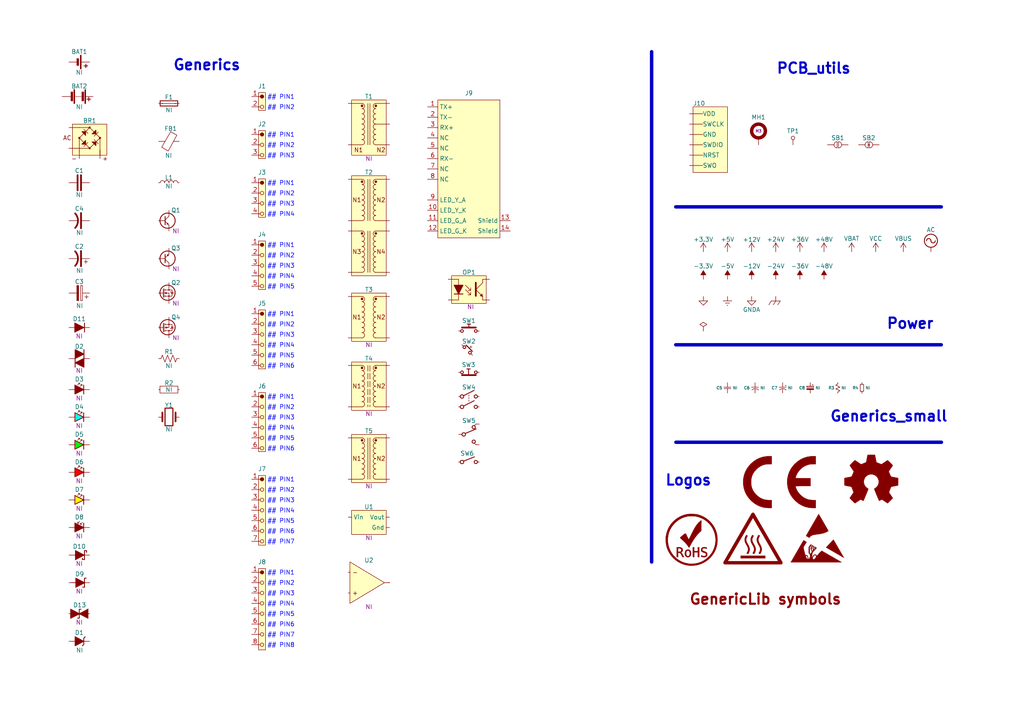
<source format=kicad_sch>
(kicad_sch (version 20231120) (generator "eeschema") (generator_version "8.0")
  (paper "A4")
  (lib_symbols
    (symbol "Generics:BAT" (pin_numbers hide) (pin_names (offset 0) hide)
      (property "Reference" "BAT" (at 3 3 0))
      (property "Value" "NI" (at 3 -3 0))
      (symbol "BAT_1_1"
        (pin passive line (at 0 0 0) (length 2.2) (name "N") (number "N"))
        (pin passive line (at 6 0 180) (length 2.4) (name "P") (number "P"))
      )
    )
    (symbol "Generics:BAT_Multicell" (pin_numbers hide) (pin_names (offset 0) hide)
      (property "Reference" "BAT" (at 5 3 0))
      (property "Value" "NI" (at 5 -3 0))
      (symbol "BAT_Multicell_1_1"
        (pin passive line (at 0 0 0) (length 2.54) (name "N") (number "N"))
        (pin passive line (at 9 0 180) (length 2.1) (name "P") (number "P"))
      )
    )
    (symbol "Generics:BR" (pin_numbers hide) (pin_names hide)
      (property "Reference" "BR" (at 6 2 0))
      (symbol "BR_1_0"
        (pin unspecified line (at 0 0 0) (length 3) (name "AC") (number "1"))
        (pin unspecified line (at 0 -6 0) (length 2.5) (name "AC") (number "2"))
        (pin unspecified line (at 9 -9 90) (length 2.5) (name "DC_P") (number "3"))
        (pin unspecified line (at 3 -8.96 90) (length 2.5) (name "DC_N") (number "4"))
      )
      (symbol "BR_1_1"
        (text "+" (at 10.5 -9 0) (effects (font (size 1.25 1.25))))
        (text "-" (at 1.5 -9 0) (effects (font (size 1.25 1.25))))
        (text "AC" (at -0.5 -3 0) (effects (font (size 1.25 1.25))))
      )
    )
    (symbol "Generics:C" (pin_numbers hide) (pin_names (offset 0) hide)
      (property "Reference" "C" (at 3 3.5 0))
      (property "Value" "NI" (at 3 -3.5 0))
      (symbol "C_1_1"
        (pin passive line (at 0 0 0) (length 2.5) (name "1") (number "1"))
        (pin passive line (at 6 0 180) (length 2.5) (name "2") (number "2"))
      )
    )
    (symbol "Generics:C_Polarized" (pin_numbers hide) (pin_names (offset 0) hide)
      (property "Reference" "C" (at 3 3.5 0))
      (property "Value" "NI" (at 3.1 -3.5 0))
      (symbol "C_Polarized_1_1"
        (pin passive line (at 0 0 0) (length 2.7) (name "N") (number "N"))
        (pin passive line (at 6 0 180) (length 2.4) (name "P") (number "P"))
      )
    )
    (symbol "Generics:C_Polarized_alt" (pin_numbers hide) (pin_names (offset 0) hide)
      (property "Reference" "C" (at 3 3.3 0))
      (property "Value" "NI" (at 3.1 -3.7 0))
      (symbol "C_Polarized_alt_1_1"
        (pin passive line (at 0 0 0) (length 2.2) (name "N") (number "N"))
        (pin passive line (at 6 0 180) (length 2) (name "P") (number "P"))
      )
    )
    (symbol "Generics:C_alt" (pin_numbers hide) (pin_names (offset 0) hide)
      (property "Reference" "C" (at 3 3.5 0))
      (property "Value" "NI" (at 3.1 -3.5 0))
      (symbol "C_alt_1_1"
        (pin passive line (at 0 0 0) (length 2.7) (name "1") (number "1"))
        (pin passive line (at 6 0 180) (length 2.4) (name "2") (number "2"))
      )
    )
    (symbol "Generics:D" (pin_numbers hide) (pin_names (offset 0) hide)
      (property "Reference" "D" (at 3 2.5 0))
      (property "Part#" "NI" (at 3 -2.5 0))
      (symbol "D_1_1"
        (pin passive line (at 6 0 180) (length 2.54) (name "K") (number "1"))
        (pin passive line (at 0 0 0) (length 2.54) (name "A") (number "2"))
      )
    )
    (symbol "Generics:DIAC" (pin_numbers hide) (pin_names (offset 0) hide)
      (property "Reference" "D" (at 3 3.5 0))
      (property "Part#" "NI" (at 3 -3.5 0))
      (symbol "DIAC_1_1"
        (pin passive line (at 0 0 0) (length 1.9) (name "A1") (number "1"))
        (pin passive line (at 6 0 180) (length 1.7) (name "A2") (number "2"))
      )
    )
    (symbol "Generics:D_LED" (pin_numbers hide) (pin_names (offset 0) hide)
      (property "Reference" "D" (at 3 3 0))
      (property "Part#" "NI" (at 3 -2.5 0))
      (symbol "D_LED_1_1"
        (pin passive line (at 6 0 180) (length 2.54) (name "K") (number "1"))
        (pin passive line (at 0 0 0) (length 2.54) (name "A") (number "2"))
      )
    )
    (symbol "Generics:D_LED_blue" (pin_numbers hide) (pin_names (offset 0) hide)
      (property "Reference" "D" (at 3 3 0))
      (property "Part#" "NI" (at 3 -2.5 0))
      (symbol "D_LED_blue_1_1"
        (pin passive line (at 6 0 180) (length 1.7) (name "K") (number "1"))
        (pin passive line (at 0 0 0) (length 1.7) (name "A") (number "2"))
      )
    )
    (symbol "Generics:D_LED_green" (pin_numbers hide) (pin_names (offset 0) hide)
      (property "Reference" "D" (at 3 3 0))
      (property "Part#" "NI" (at 3 -2.5 0))
      (symbol "D_LED_green_1_1"
        (pin passive line (at 6 0 180) (length 1.7) (name "K") (number "1"))
        (pin passive line (at 0 0 0) (length 1.7) (name "A") (number "2"))
      )
    )
    (symbol "Generics:D_LED_red" (pin_numbers hide) (pin_names (offset 0) hide)
      (property "Reference" "D" (at 3 3 0))
      (property "Part#" "NI" (at 3 -2.5 0))
      (symbol "D_LED_red_1_1"
        (pin passive line (at 6 0 180) (length 1.7) (name "K") (number "1"))
        (pin passive line (at 0 0 0) (length 1.7) (name "A") (number "2"))
      )
    )
    (symbol "Generics:D_LED_yellow" (pin_numbers hide) (pin_names (offset 0) hide)
      (property "Reference" "D" (at 3 3 0))
      (property "Part#" "NI" (at 3 -2.5 0))
      (symbol "D_LED_yellow_1_1"
        (pin passive line (at 6 0 180) (length 1.7) (name "K") (number "1"))
        (pin passive line (at 0 0 0) (length 1.7) (name "A") (number "2"))
      )
    )
    (symbol "Generics:D_Photo" (pin_numbers hide) (pin_names (offset 0) hide)
      (property "Reference" "D" (at 3 3 0))
      (property "Part#" "NI" (at 3 -2.5 0))
      (symbol "D_Photo_1_1"
        (pin passive line (at 6 0 180) (length 2.54) (name "K") (number "1"))
        (pin passive line (at 0 0 0) (length 2.54) (name "A") (number "2"))
      )
    )
    (symbol "Generics:D_Schottky" (pin_numbers hide) (pin_names (offset 0) hide)
      (property "Reference" "D" (at 3 2.5 0))
      (property "Part#" "NI" (at 3 -2.5 0))
      (symbol "D_Schottky_1_1"
        (pin passive line (at 6 0 180) (length 2.6) (name "K") (number "1"))
        (pin passive line (at 0 0 0) (length 2.54) (name "A") (number "2"))
      )
    )
    (symbol "Generics:D_TVS" (pin_numbers hide) (pin_names (offset 1.016) hide)
      (property "Reference" "D" (at 3.1 2.5 0))
      (property "Part#" "NI" (at 3 -2.5 0))
      (symbol "D_TVS_1_1"
        (pin passive line (at 0 0 0) (length 2.54) (name "A") (number "A"))
        (pin passive line (at 6 0 180) (length 2.54) (name "K") (number "K"))
      )
    )
    (symbol "Generics:D_TVS_bidir" (pin_numbers hide) (pin_names (offset 1.016) hide)
      (property "Reference" "D" (at 3.1 2.5 0))
      (property "Part#" "NI" (at 3 -2.5 0))
      (symbol "D_TVS_bidir_1_1"
        (pin passive line (at 0 0 0) (length 2.54) (name "A1") (number "1"))
        (pin passive line (at 6 0 180) (length 2.54) (name "A2") (number "2"))
      )
    )
    (symbol "Generics:D_Zener" (pin_numbers hide) (pin_names (offset 0) hide)
      (property "Reference" "D" (at 3 2.5 0))
      (property "Value" "NI" (at 3.1 -2.6 0))
      (symbol "D_Zener_1_1"
        (pin passive line (at 6 0 180) (length 2.54) (name "K") (number "1"))
        (pin passive line (at 0 0 0) (length 2.54) (name "A") (number "2"))
      )
    )
    (symbol "Generics:F" (pin_numbers hide) (pin_names (offset 0) hide)
      (property "Reference" "F" (at 3 1.8 0))
      (property "Value" "NI" (at 3 -1.9 0))
      (symbol "F_1_1"
        (pin passive line (at 0 0 0) (length 1.27) (name "1") (number "1"))
        (pin passive line (at 6 0 180) (length 1.27) (name "2") (number "2"))
      )
    )
    (symbol "Generics:FB" (pin_numbers hide) (pin_names (offset 0) hide)
      (property "Reference" "FB" (at 3.5 3.7 0))
      (property "Value" "NI" (at 2.9 -4.1 0))
      (symbol "FB_1_1"
        (pin passive line (at 6 0 180) (length 1.65) (name "~") (number "1"))
        (pin passive line (at 0 0 0) (length 1.85) (name "~") (number "2"))
      )
    )
    (symbol "Generics:J_Connector_1x2" (pin_names (offset 0) hide)
      (property "Reference" "J" (at 3 3 0))
      (property "PIN_01" "## PIN1" (at 4.5 0 0))
      (property "PIN_02" "## PIN2" (at 4.5 -3 0))
      (symbol "J_Connector_1x2_1_1"
        (pin passive line (at 0 0 0) (length 2) (name "1") (number "1"))
        (pin passive line (at 0 -3 0) (length 2) (name "2") (number "2"))
      )
    )
    (symbol "Generics:J_Connector_1x3" (pin_names (offset 0) hide)
      (property "Reference" "J" (at 3 3 0))
      (property "PIN_01" "## PIN1" (at 4.5 0 0))
      (property "PIN_02" "## PIN2" (at 4.5 -3 0))
      (property "PIN_03" "## PIN3" (at 4.5 -6 0))
      (symbol "J_Connector_1x3_1_1"
        (pin passive line (at 0 0 0) (length 2) (name "1") (number "1"))
        (pin passive line (at 0 -3 0) (length 2) (name "2") (number "2"))
        (pin passive line (at 0 -6 0) (length 2) (name "3") (number "3"))
      )
    )
    (symbol "Generics:J_Connector_1x4" (pin_names (offset 0) hide)
      (property "Reference" "J" (at 3 3 0))
      (property "PIN_01" "## PIN1" (at 4.5 0 0))
      (property "PIN_02" "## PIN2" (at 4.5 -3 0))
      (property "PIN_03" "## PIN3" (at 4.5 -6 0))
      (property "PIN_04" "## PIN4" (at 4.5 -9 0))
      (symbol "J_Connector_1x4_1_1"
        (pin passive line (at 0 0 0) (length 2) (name "1") (number "1"))
        (pin passive line (at 0 -3 0) (length 2) (name "2") (number "2"))
        (pin passive line (at 0 -6 0) (length 2) (name "3") (number "3"))
        (pin passive line (at 0 -9 0) (length 2) (name "4") (number "4"))
      )
    )
    (symbol "Generics:J_Connector_1x5" (pin_names (offset 0) hide)
      (property "Reference" "J" (at 3 3 0))
      (property "PIN_01" "## PIN1" (at 4.5 0 0))
      (property "PIN_02" "## PIN2" (at 4.5 -3 0))
      (property "PIN_03" "## PIN3" (at 4.5 -6 0))
      (property "PIN_04" "## PIN4" (at 4.5 -9 0))
      (property "PIN_05" "## PIN5" (at 4.5 -12 0))
      (symbol "J_Connector_1x5_1_1"
        (pin passive line (at 0 0 0) (length 2) (name "1") (number "1"))
        (pin passive line (at 0 -3 0) (length 2) (name "2") (number "2"))
        (pin passive line (at 0 -6 0) (length 2) (name "3") (number "3"))
        (pin passive line (at 0 -9 0) (length 2) (name "4") (number "4"))
        (pin passive line (at 0 -12 0) (length 2) (name "5") (number "5"))
      )
    )
    (symbol "Generics:J_Connector_1x6" (pin_names (offset 0) hide)
      (property "Reference" "J" (at 3 3 0))
      (property "PIN_01" "## PIN1" (at 4.5 0 0))
      (property "PIN_02" "## PIN2" (at 4.5 -3 0))
      (property "PIN_03" "## PIN3" (at 4.5 -6 0))
      (property "PIN_04" "## PIN4" (at 4.5 -9 0))
      (property "PIN_05" "## PIN5" (at 4.5 -12 0))
      (property "PIN_06" "## PIN6" (at 4.5 -15 0))
      (symbol "J_Connector_1x6_1_1"
        (pin passive line (at 0 0 0) (length 2) (name "1") (number "1"))
        (pin passive line (at 0 -3 0) (length 2) (name "2") (number "2"))
        (pin passive line (at 0 -6 0) (length 2) (name "3") (number "3"))
        (pin passive line (at 0 -9 0) (length 2) (name "4") (number "4"))
        (pin passive line (at 0 -12 0) (length 2) (name "5") (number "5"))
        (pin passive line (at 0 -15 0) (length 2) (name "6") (number "6"))
      )
    )
    (symbol "Generics:J_Connector_1x7" (pin_names (offset 0) hide)
      (property "Reference" "J" (at 3 3 0))
      (property "PIN_01" "## PIN1" (at 4.5 0 0))
      (property "PIN_02" "## PIN2" (at 4.5 -3 0))
      (property "PIN_03" "## PIN3" (at 4.5 -6 0))
      (property "PIN_04" "## PIN4" (at 4.5 -9 0))
      (property "PIN_05" "## PIN5" (at 4.5 -12 0))
      (property "PIN_06" "## PIN6" (at 4.5 -15 0))
      (property "PIN_07" "## PIN7" (at 4.5 -18 0))
      (symbol "J_Connector_1x7_1_1"
        (pin passive line (at 0 0 0) (length 2) (name "1") (number "1"))
        (pin passive line (at 0 -3 0) (length 2) (name "2") (number "2"))
        (pin passive line (at 0 -6 0) (length 2) (name "3") (number "3"))
        (pin passive line (at 0 -9 0) (length 2) (name "4") (number "4"))
        (pin passive line (at 0 -12 0) (length 2) (name "5") (number "5"))
        (pin passive line (at 0 -15 0) (length 2) (name "6") (number "6"))
        (pin passive line (at 0 -18 0) (length 2) (name "7") (number "7"))
      )
    )
    (symbol "Generics:J_Connector_1x8" (pin_names (offset 0) hide)
      (property "Reference" "J" (at 3 3 0))
      (property "PIN_01" "## PIN1" (at 4.5 0 0))
      (property "PIN_02" "## PIN2" (at 4.5 -3 0))
      (property "PIN_03" "## PIN3" (at 4.5 -6 0))
      (property "PIN_04" "## PIN4" (at 4.5 -9 0))
      (property "PIN_05" "## PIN5" (at 4.5 -12 0))
      (property "PIN_06" "## PIN6" (at 4.5 -15 0))
      (property "PIN_07" "## PIN7" (at 4.5 -18 0))
      (property "PIN_08" "## PIN8" (at 4.5 -21 0))
      (symbol "J_Connector_1x8_1_1"
        (pin passive line (at 0 0 0) (length 2) (name "1") (number "1"))
        (pin passive line (at 0 -3 0) (length 2) (name "2") (number "2"))
        (pin passive line (at 0 -6 0) (length 2) (name "3") (number "3"))
        (pin passive line (at 0 -9 0) (length 2) (name "4") (number "4"))
        (pin passive line (at 0 -12 0) (length 2) (name "5") (number "5"))
        (pin passive line (at 0 -15 0) (length 2) (name "6") (number "6"))
        (pin passive line (at 0 -18 0) (length 2) (name "7") (number "7"))
        (pin passive line (at 0 -21 0) (length 2) (name "8") (number "8"))
      )
    )
    (symbol "Generics:J_RJ45_w_Leds"
      (property "Reference" "J" (at 12 4 0))
      (symbol "J_RJ45_w_Leds_1_1"
        (pin passive line (at 0 0 0) (length 3) (name "TX+") (number "1"))
        (pin passive line (at 0 -30 0) (length 3) (name "LED_Y_K") (number "10"))
        (pin passive line (at 0 -33 0) (length 3) (name "LED_G_A") (number "11"))
        (pin passive line (at 0 -36 0) (length 3) (name "LED_G_K") (number "12"))
        (pin passive line (at 24 -33 180) (length 3) (name "Shield") (number "13"))
        (pin passive line (at 24 -36 180) (length 3) (name "Shield") (number "14"))
        (pin passive line (at 0 -3 0) (length 3) (name "TX-") (number "2"))
        (pin passive line (at 0 -6 0) (length 3) (name "RX+") (number "3"))
        (pin passive line (at 0 -9 0) (length 3) (name "NC") (number "4"))
        (pin passive line (at 0 -12 0) (length 3) (name "NC") (number "5"))
        (pin passive line (at 0 -15 0) (length 3) (name "RX-") (number "6"))
        (pin passive line (at 0 -18 0) (length 3) (name "NC") (number "7"))
        (pin passive line (at 0 -21 0) (length 3) (name "NC") (number "8"))
        (pin passive line (at 0 -27 0) (length 3) (name "LED_Y_A") (number "9"))
      )
    )
    (symbol "Generics:L" (pin_numbers hide) (pin_names (offset 0) hide)
      (property "Reference" "L" (at 3 1.5 0))
      (property "Value" "NI" (at 3 -1 0))
      (symbol "L_1_1"
        (pin passive line (at 0 0 0) (length 0.4) (name "1") (number "1"))
        (pin passive line (at 6 0 180) (length 0.4) (name "2") (number "2"))
      )
    )
    (symbol "Generics:OP" (pin_numbers hide) (pin_names (offset 0) hide)
      (property "Reference" "OP" (at 6 2 0))
      (property "Part#" "NI" (at 6.5 -8 0))
      (symbol "OP_1_1"
        (pin passive line (at 0 0 0) (length 3) (name "A") (number "A"))
        (pin passive line (at 12 0 180) (length 2) (name "C") (number "C"))
        (pin passive line (at 12 -6 180) (length 2) (name "E") (number "E"))
        (pin passive line (at 0 -6 0) (length 3) (name "K") (number "K"))
      )
    )
    (symbol "Generics:Q_BJT_NPN" (pin_numbers hide) (pin_names (offset 0) hide)
      (property "Reference" "Q" (at 5 3 0))
      (property "Part#" "NI" (at 5 -3 0))
      (symbol "Q_BJT_NPN_1_1"
        (pin input line (at 0 0 0) (length 1.9) (name "B") (number "B"))
        (pin passive line (at 3 3 270) (length 1.7) (name "C") (number "C"))
        (pin passive line (at 3 -3 90) (length 1.7) (name "E") (number "E"))
      )
    )
    (symbol "Generics:Q_BJT_PNP" (pin_numbers hide) (pin_names (offset 0) hide)
      (property "Reference" "Q" (at 5 3 0))
      (property "Part#" "NI" (at 5 -3 0))
      (symbol "Q_BJT_PNP_1_1"
        (pin input line (at 0 0 0) (length 1.9) (name "B") (number "B"))
        (pin passive line (at 3 -3 90) (length 1.7) (name "C") (number "C"))
        (pin passive line (at 3 3 270) (length 1.7) (name "E") (number "E"))
      )
    )
    (symbol "Generics:Q_MOSFET_N" (pin_numbers hide) (pin_names (offset 0) hide)
      (property "Reference" "Q" (at 5 3 0))
      (property "Part#" "NI" (at 5 -3 0))
      (symbol "Q_MOSFET_N_1_1"
        (pin passive line (at 3 3 270) (length 2.1) (name "D") (number "D"))
        (pin input line (at 0 0 0) (length 1.4) (name "G") (number "G"))
        (pin passive line (at 3 -3 90) (length 2.1) (name "S") (number "S"))
      )
    )
    (symbol "Generics:Q_MOSFET_P" (pin_numbers hide) (pin_names (offset 0) hide)
      (property "Reference" "Q" (at 5 3 0))
      (property "Part#" "NI" (at 5 -3 0))
      (symbol "Q_MOSFET_P_1_1"
        (pin passive line (at 3 3 270) (length 2.1) (name "D") (number "D"))
        (pin input line (at 0 0 0) (length 1.4) (name "G") (number "G"))
        (pin passive line (at 3 -3 90) (length 2.1) (name "S") (number "S"))
      )
    )
    (symbol "Generics:R" (pin_numbers hide) (pin_names (offset 0) hide)
      (property "Reference" "R" (at 3 2 0))
      (property "Value" "NI" (at 3 -2.1 0))
      (symbol "R_1_1"
        (pin passive line (at 0 0 0) (length 0.7) (name "1") (number "1"))
        (pin passive line (at 6 0 180) (length 0.7) (name "1") (number "2"))
      )
    )
    (symbol "Generics:R_alt" (pin_numbers hide) (pin_names (offset 0) hide)
      (property "Reference" "R" (at 3 1.9 0))
      (property "Value" "NI" (at 3 0 0))
      (symbol "R_alt_1_1"
        (pin passive line (at 0 0 0) (length 0.4) (name "1") (number "1"))
        (pin passive line (at 6 0 180) (length 0.4) (name "1") (number "2"))
      )
    )
    (symbol "Generics:SW_PushButton" (pin_numbers hide) (pin_names (offset 0) hide)
      (property "Reference" "SW" (at 3 3 0))
      (symbol "SW_PushButton_1_1"
        (pin passive line (at 0 0 0) (length 0.6) (name "1") (number "1"))
        (pin passive line (at 6 0 180) (length 0.6) (name "2") (number "2"))
      )
    )
    (symbol "Generics:SW_PushButton_45deg" (pin_numbers hide) (pin_names (offset 0) hide)
      (property "Reference" "SW" (at 2 1 0))
      (symbol "SW_PushButton_45deg_0_1"
        (pin passive line (at 0 0 0) (length 0) (name "1") (number "1"))
      )
      (symbol "SW_PushButton_45deg_1_1"
        (pin passive line (at 3 -3 180) (length 0) (name "2") (number "2"))
      )
    )
    (symbol "Generics:SW_PushButton_Open" (pin_numbers hide) (pin_names (offset 1.016) hide)
      (property "Reference" "SW" (at 2.9 2.2 0))
      (symbol "SW_PushButton_Open_1_1"
        (pin passive line (at 0 0 0) (length 0.6) (name "1") (number "1"))
        (pin passive line (at 6 0 180) (length 0.6) (name "2") (number "2"))
      )
    )
    (symbol "Generics:SW_Switch_DPST" (pin_numbers hide) (pin_names (offset 0) hide)
      (property "Reference" "SW" (at 3 2.7 0))
      (symbol "SW_Switch_DPST_1_1"
        (pin passive line (at 0 0 0) (length 0.5) (name "A") (number "1"))
        (pin passive line (at 6 0 180) (length 0.5) (name "B") (number "2"))
        (pin passive line (at 0 -3 0) (length 0.5) (name "C") (number "3"))
        (pin passive line (at 6 -3 180) (length 0.5) (name "D") (number "4"))
      )
    )
    (symbol "Generics:SW_Switch_SPDT" (pin_numbers hide) (pin_names (offset 0) hide)
      (property "Reference" "SW" (at 3 4 0))
      (symbol "SW_Switch_SPDT_1_1"
        (pin passive line (at 6 3 180) (length 1) (name "A") (number "1"))
        (pin passive line (at 0 0 0) (length 1) (name "B") (number "2"))
        (pin passive line (at 6 -3 180) (length 1) (name "C") (number "3"))
      )
    )
    (symbol "Generics:SW_Switch_SPST" (pin_numbers hide) (pin_names (offset 0) hide)
      (property "Reference" "SW" (at 2.5 2.5 0))
      (symbol "SW_Switch_SPST_1_1"
        (pin passive line (at 0 0 0) (length 0.5) (name "A") (number "1"))
        (pin passive line (at 6 0 180) (length 0.5) (name "B") (number "2"))
      )
    )
    (symbol "Generics:T_CT_Iron" (pin_numbers hide) (pin_names (offset 0) hide)
      (property "Reference" "T" (at 6 2 0))
      (property "Part#" "NI" (at 6 -16 0))
      (symbol "T_CT_Iron_1_1"
        (text "N1" (at 3 -13.5 0) (effects (font (size 1.25 1.25))))
        (text "N2" (at 9.5 -13.5 0) (effects (font (size 1.25 1.25))))
        (pin passive line (at 0 0 0) (length 1) (name "N1-1") (number "N1-1"))
        (pin passive line (at 0 -12 0) (length 1) (name "N1-2") (number "N1-2"))
        (pin passive line (at 12 0 180) (length 1) (name "N2-1") (number "N2-1"))
        (pin passive line (at 12 -12 180) (length 1) (name "N2-2") (number "N2-2"))
        (pin passive line (at 12 -6 180) (length 1) (name "N2-CT") (number "N2-CT"))
      )
    )
    (symbol "Generics:T_Dual_Iron" (pin_numbers hide) (pin_names (offset 0) hide)
      (property "Reference" "T" (at 6 2 0))
      (symbol "T_Dual_Iron_1_1"
        (text "N1" (at 2.5 -6 0) (effects (font (size 1.25 1.25))))
        (text "N2" (at 9.5 -6 0) (effects (font (size 1.25 1.25))))
        (text "N3" (at 2.5 -21 0) (effects (font (size 1.25 1.25))))
        (text "N4" (at 9.5 -21 0) (effects (font (size 1.25 1.25))))
        (pin passive line (at 0 0 0) (length 1) (name "N1-1") (number "N1-1"))
        (pin passive line (at 0 -12 0) (length 1) (name "N1-2") (number "N1-2"))
        (pin passive line (at 12 0 180) (length 1) (name "N2-1") (number "N2-1"))
        (pin passive line (at 12 -12 180) (length 1) (name "N2-2") (number "N2-2"))
        (pin passive line (at 0 -15 0) (length 1) (name "N3-1") (number "N3-1"))
        (pin passive line (at 0 -27 0) (length 1) (name "N3-2") (number "N3-2"))
        (pin passive line (at 12 -15 180) (length 1) (name "N4-1") (number "N4-1"))
        (pin passive line (at 12 -27 180) (length 1) (name "N4-2") (number "N4-2"))
      )
    )
    (symbol "Generics:T_Simple_Air" (pin_numbers hide) (pin_names (offset 0) hide)
      (property "Reference" "T" (at 6 2 0))
      (property "Part#" "NI" (at 6 -14 0))
      (symbol "T_Simple_Air_1_1"
        (text "N1" (at 2.5 -6 0) (effects (font (size 1.25 1.25))))
        (text "N2" (at 9.5 -6 0) (effects (font (size 1.25 1.25))))
        (pin passive line (at 0 0 0) (length 1) (name "N1-1") (number "N1-1"))
        (pin passive line (at 0 -12 0) (length 1) (name "N1-2") (number "N1-2"))
        (pin passive line (at 12 0 180) (length 1) (name "N2-1") (number "N2-1"))
        (pin passive line (at 12 -12 180) (length 1) (name "N2-2") (number "N2-2"))
      )
    )
    (symbol "Generics:T_Simple_Ferrite" (pin_numbers hide) (pin_names (offset 0) hide)
      (property "Reference" "T" (at 6 2 0))
      (property "Part#" "NI" (at 6 -14 0))
      (symbol "T_Simple_Ferrite_1_1"
        (text "N1" (at 2.5 -6 0) (effects (font (size 1.25 1.25))))
        (text "N2" (at 9.5 -6 0) (effects (font (size 1.25 1.25))))
        (pin passive line (at 0 0 0) (length 1) (name "N1-1") (number "N1-1"))
        (pin passive line (at 0 -12 0) (length 1) (name "N1-2") (number "N1-2"))
        (pin passive line (at 12 0 180) (length 1) (name "N2-1") (number "N2-1"))
        (pin passive line (at 12 -12 180) (length 1) (name "N2-2") (number "N2-2"))
      )
    )
    (symbol "Generics:T_Simple_Iron" (pin_numbers hide) (pin_names (offset 0) hide)
      (property "Reference" "T" (at 6 2 0))
      (property "Part#" "NI" (at 6 -14 0))
      (symbol "T_Simple_Iron_1_1"
        (text "N1" (at 2.5 -6 0) (effects (font (size 1.25 1.25))))
        (text "N2" (at 9.5 -6 0) (effects (font (size 1.25 1.25))))
        (pin passive line (at 0 0 0) (length 1) (name "N1-1") (number "N1-1"))
        (pin passive line (at 0 -12 0) (length 1) (name "N1-2") (number "N1-2"))
        (pin passive line (at 12 0 180) (length 1) (name "N2-1") (number "N2-1"))
        (pin passive line (at 12 -12 180) (length 1) (name "N2-2") (number "N2-2"))
      )
    )
    (symbol "Generics:U_LDO_Fixed" (pin_numbers hide)
      (property "Reference" "U" (at 6 3 0))
      (property "Part#" "NI" (at 6 -6 0))
      (symbol "U_LDO_Fixed_1_1"
        (pin passive line (at 12 -3 180) (length 1) (name "Gnd") (number "Gnd"))
        (pin power_in line (at 0 0 0) (length 1) (name "Vin") (number "Vin"))
        (pin power_out line (at 12 0 180) (length 1) (name "Vout") (number "Vout"))
      )
    )
    (symbol "Generics:U_OPAMP" (pin_numbers hide) (pin_names (offset 0) hide)
      (property "Reference" "U" (at 6 3.5 0))
      (property "Part#" "NI" (at 6 -10 0))
      (symbol "U_OPAMP_1_1"
        (text "+" (at 2 -6 0) (effects (font (size 1.25 1.25))))
        (text "-" (at 2 0 0) (effects (font (size 1.25 1.25))))
        (pin input line (at 0 -6 0) (length 0.5) (name "Vin+") (number "Vin+"))
        (pin input line (at 0 0 0) (length 0.5) (name "Vin-") (number "Vin-"))
        (pin output line (at 12 -3 180) (length 0.5) (name "Vout") (number "Vout"))
      )
    )
    (symbol "Generics:Y" (pin_numbers hide) (pin_names (offset 0) hide)
      (property "Reference" "Y" (at 3 3.5 0))
      (property "Value" "NI" (at 3 -3.5 0))
      (symbol "Y_1_1"
        (pin passive line (at 0 0 0) (length 1.27) (name "1") (number "1"))
        (pin passive line (at 6 0 180) (length 1.27) (name "2") (number "2"))
      )
    )
    (symbol "Generics_small:C_" (pin_numbers hide) (pin_names (offset 0) hide)
      (property "Reference" "C" (at -1.5 -1.5 0))
      (property "Value" "NI" (at 1.5 -1.5 0))
      (symbol "C__1_1"
        (pin passive line (at 0 0 270) (length 1.3) (name "1") (number "1"))
        (pin passive line (at 0 -3 90) (length 1.3) (name "1") (number "2"))
      )
    )
    (symbol "Generics_small:C_Polarized_" (pin_numbers hide) (pin_names (offset 0) hide)
      (property "Reference" "C" (at -1.5 -1.5 0))
      (property "Value" "NI" (at 1.5 -1.5 0))
      (symbol "C_Polarized__1_1"
        (text "+" (at 0.9 -0.8 0) (effects (font (size 0.4 0.4))))
        (pin passive line (at 0 -3 90) (length 1.3) (name "N") (number "N"))
        (pin passive line (at 0 0 270) (length 1.3) (name "P") (number "P"))
      )
    )
    (symbol "Generics_small:C_Polarized_alt_" (pin_numbers hide) (pin_names (offset 0) hide)
      (property "Reference" "C" (at -1.5 -1.5 0))
      (property "Value" "NI" (at 1.5 -1.5 0))
      (symbol "C_Polarized_alt__1_1"
        (text "+" (at 0.7 -0.6 0) (effects (font (size 0.4 0.4))))
        (pin passive line (at 0 -3 90) (length 1.1) (name "N") (number "N"))
        (pin passive line (at 0 0 270) (length 1) (name "P") (number "P"))
      )
    )
    (symbol "Generics_small:C_alt_" (pin_numbers hide) (pin_names (offset 0) hide)
      (property "Reference" "C" (at -1.5 -1.5 0))
      (property "Value" "NI" (at 1.5 -1.5 0))
      (symbol "C_alt__1_1"
        (pin passive line (at 0 0 270) (length 1.3) (name "1") (number "1"))
        (pin passive line (at 0 -3 90) (length 1.3) (name "2") (number "2"))
      )
    )
    (symbol "Generics_small:R_" (pin_numbers hide) (pin_names (offset 0) hide)
      (property "Reference" "R" (at -1 -1.5 0))
      (property "Value" "NI" (at 1 -1.5 0))
      (symbol "R__1_1"
        (pin passive line (at 0 0 270) (length 0) (name "1") (number "1"))
        (pin passive line (at 0 -3 90) (length 0) (name "1") (number "2"))
      )
    )
    (symbol "Generics_small:R_alt_" (pin_numbers hide) (pin_names (offset 0) hide)
      (property "Reference" "R" (at -1 -1.5 0))
      (property "Value" "NI" (at 1 -1.5 0))
      (symbol "R_alt__1_1"
        (pin passive line (at 0 0 270) (length 0) (name "1") (number "1"))
        (pin passive line (at 0 -3 90) (length 0) (name "1") (number "2"))
      )
    )
    (symbol "Logos:Logo_CE" (pin_numbers hide) (pin_names (offset 0) hide) (in_bom no))
    (symbol "Logos:Logo_ESD" (pin_names (offset 1.016)))
    (symbol "Logos:Logo_ISO_7010_W017" (pin_numbers hide) (pin_names (offset 0) hide) (in_bom no))
    (symbol "Logos:Logo_OpenHW" (pin_numbers hide) (pin_names (offset 0) hide) (in_bom no))
    (symbol "Logos:Logo_RoHS" (pin_numbers hide) (pin_names (offset 0) hide) (in_bom no))
    (symbol "PCB_Utils:J_SWD" (pin_numbers hide) (pin_names (offset 0.002))
      (property "Reference" "J" (at 1 3 0))
      (symbol "J_SWD_1_1"
        (pin passive line (at 0 0 0) (length 3.8) (name "VDD") (number "1"))
        (pin passive line (at 0 -3 0) (length 3.8) (name "SWCLK") (number "2"))
        (pin passive line (at 0 -6 0) (length 3.8) (name "GND") (number "3"))
        (pin passive line (at 0.01 -9 0) (length 3.8) (name "SWDIO") (number "4"))
        (pin passive line (at 0 -12 0) (length 3.8) (name "NRST") (number "5"))
        (pin passive line (at 0 -15 0) (length 3.8) (name "SWO") (number "6"))
      )
    )
    (symbol "PCB_Utils:MH_M3" (pin_numbers hide) (pin_names (offset 0) hide) (in_bom no)
      (property "Reference" "MH" (at 0 8 0))
      (property "Screw_size" "M3" (at 0 4 0))
      (symbol "MH_M3_1_1"
        (pin input line (at 0 0 90) (length 2) (name "1") (number "1"))
      )
    )
    (symbol "PCB_Utils:SB_Closed" (pin_numbers hide) (pin_names (offset 0) hide) (in_bom no)
      (property "Reference" "SB" (at 3 2 0))
      (symbol "SB_Closed_1_1"
        (pin passive line (at 0 0 0) (length 1.9) (name "1") (number "1"))
        (pin passive line (at 6 0 180) (length 1.9) (name "2") (number "2"))
      )
    )
    (symbol "PCB_Utils:SB_Open" (pin_numbers hide) (pin_names (offset 0) hide) (in_bom no)
      (property "Reference" "SB" (at 3 2 0))
      (symbol "SB_Open_1_1"
        (pin passive line (at 0 0 0) (length 1.9) (name "1") (number "1"))
        (pin passive line (at 6 0 180) (length 1.9) (name "2") (number "2"))
      )
    )
    (symbol "PCB_Utils:TP" (pin_numbers hide) (pin_names (offset 0) hide) (in_bom no)
      (property "Reference" "TP" (at 0 4 0))
      (symbol "TP_1_1"
        (pin input line (at 0 0 90) (length 1.5) (name "1") (number "1"))
      )
    )
    (symbol "Power:+12V" (power) (pin_numbers hide) (pin_names (offset 0) hide)
      (property "Value" "+12V" (at 0 3.5 0))
      (symbol "+12V_1_1"
        (pin power_in line (at 0 0 90) (length 0) hide (name "+12V") (number "1"))
      )
    )
    (symbol "Power:+24V" (power) (pin_numbers hide) (pin_names (offset 0) hide)
      (property "Value" "+24V" (at 0 3.556 0))
      (symbol "+24V_1_1"
        (pin power_in line (at 0 0 90) (length 0) hide (name "+24V") (number "1"))
      )
    )
    (symbol "Power:+3.3V" (power) (pin_numbers hide) (pin_names (offset 0) hide)
      (property "Value" "+3.3V" (at 0 3.556 0))
      (symbol "+3.3V_1_1"
        (pin power_in line (at 0 0 90) (length 0) hide (name "+3.3V") (number "1"))
      )
    )
    (symbol "Power:+36V" (power) (pin_numbers hide) (pin_names (offset 0) hide)
      (property "Value" "+36V" (at 0 3.556 0))
      (symbol "+36V_1_1"
        (pin power_in line (at 0 0 90) (length 0) hide (name "+36V") (number "1"))
      )
    )
    (symbol "Power:+48V" (power) (pin_numbers hide) (pin_names (offset 0) hide)
      (property "Value" "+48V" (at 0 3.556 0))
      (symbol "+48V_1_1"
        (pin power_in line (at 0 0 90) (length 0) hide (name "+48V") (number "1"))
      )
    )
    (symbol "Power:+5V" (power) (pin_numbers hide) (pin_names (offset 0) hide)
      (property "Value" "+5V" (at 0 3.556 0))
      (symbol "+5V_1_1"
        (pin power_in line (at 0 0 90) (length 0) hide (name "+5V") (number "1"))
      )
    )
    (symbol "Power:-12V" (power) (pin_numbers hide) (pin_names (offset 0) hide)
      (property "Value" "-12V" (at 0 3.81 0))
      (symbol "-12V_1_0"
        (pin power_in line (at 0 0 90) (length 0) hide (name "-12V") (number "1"))
      )
    )
    (symbol "Power:-24V" (power) (pin_numbers hide) (pin_names (offset 0) hide)
      (property "Value" "-24V" (at 0 3.81 0))
      (symbol "-24V_1_0"
        (pin power_in line (at 0 0 90) (length 0) hide (name "-24V") (number "1"))
      )
    )
    (symbol "Power:-3.3V" (power) (pin_numbers hide) (pin_names (offset 0) hide)
      (property "Value" "-3.3V" (at 0 3.81 0))
      (symbol "-3.3V_1_0"
        (pin power_in line (at 0 0 90) (length 0) hide (name "-3.3V") (number "1"))
      )
    )
    (symbol "Power:-36V" (power) (pin_numbers hide) (pin_names (offset 0) hide)
      (property "Value" "-36V" (at 0 3.81 0))
      (symbol "-36V_1_0"
        (pin power_in line (at 0 0 90) (length 0) hide (name "-36V") (number "1"))
      )
    )
    (symbol "Power:-48V" (power) (pin_numbers hide) (pin_names (offset 0) hide)
      (property "Value" "-48V" (at 0 3.81 0))
      (symbol "-48V_1_0"
        (pin power_in line (at 0 0 90) (length 0) hide (name "-48V") (number "1"))
      )
    )
    (symbol "Power:-5V" (power) (pin_numbers hide) (pin_names (offset 0) hide)
      (property "Value" "-5V" (at 0 3.81 0))
      (symbol "-5V_1_0"
        (pin power_in line (at 0 0 90) (length 0) hide (name "-5V") (number "1"))
      )
    )
    (symbol "Power:AC" (power) (pin_numbers hide) (pin_names (offset 0) hide)
      (property "Value" "AC" (at 0 6.35 0))
      (symbol "AC_1_1"
        (pin power_in line (at 0 0 90) (length 0) hide (name "AC") (number "1"))
      )
    )
    (symbol "Power:Earth" (power) (pin_numbers hide) (pin_names (offset 0) hide)
      (symbol "Earth_1_1"
        (pin power_in line (at 0 0 270) (length 0) hide (name "Earth") (number "1"))
      )
    )
    (symbol "Power:GND" (power) (pin_numbers hide) (pin_names (offset 0) hide)
      (symbol "GND_1_1"
        (pin power_in line (at 0 0 270) (length 0) hide (name "GND") (number "1"))
      )
    )
    (symbol "Power:GNDA" (power) (pin_numbers hide) (pin_names (offset 0) hide)
      (property "Value" "GNDA" (at 0 -3.81 0))
      (symbol "GNDA_1_1"
        (pin power_in line (at 0 0 270) (length 0) hide (name "GNDA") (number "1"))
      )
    )
    (symbol "Power:GND_CHASSIS" (power) (pin_numbers hide) (pin_names (offset 0) hide)
      (symbol "GND_CHASSIS_1_1"
        (pin power_in line (at 0 0 270) (length 0) hide (name "CHASSIS") (number "1"))
      )
    )
    (symbol "Power:PWR_FLAG" (power) (pin_numbers hide) (pin_names (offset 0) hide)
      (symbol "PWR_FLAG_1_0"
        (pin power_out line (at 0 0 90) (length 0) (name "pwr") (number "1"))
      )
    )
    (symbol "Power:VBAT" (power) (pin_numbers hide) (pin_names (offset 0) hide)
      (property "Value" "VBAT" (at 0 3.81 0))
      (symbol "VBAT_1_1"
        (pin power_in line (at 0 0 90) (length 0) hide (name "VBAT") (number "1"))
      )
    )
    (symbol "Power:VBUS" (power) (pin_numbers hide) (pin_names (offset 0) hide)
      (property "Value" "VBUS" (at 0 3.81 0))
      (symbol "VBUS_1_1"
        (pin power_in line (at 0 0 90) (length 0) hide (name "VBUS") (number "1"))
      )
    )
    (symbol "Power:VCC" (power) (pin_numbers hide) (pin_names (offset 0) hide)
      (property "Value" "VCC" (at 0 3.81 0))
      (symbol "VCC_1_1"
        (pin power_in line (at 0 0 90) (length 0) hide (name "VCC") (number "1"))
      )
    )
  )
  (polyline (pts (xy 189 15) (xy 189 163)) (stroke (width 1)))
  (polyline (pts (xy 196 100) (xy 273 100)) (stroke (width 1)))
  (polyline (pts (xy 196.05 128.27) (xy 273.05 128.27)) (stroke (width 1)))
  (polyline (pts (xy 196 60) (xy 273 60)) (stroke (width 1)))
  (text "Generics_small" (at 257.81 120.904 0) (effects (font (size 3 3) (thickness 0.6) (bold yes))))
  (text "GenericLib symbols" (at 222 174 0) (effects (font (size 3 3) (thickness 0.6) (bold yes))))
  (text "Generics" (at 60 19 0) (effects (font (size 3 3) (thickness 0.6) (bold yes))))
  (text "Logos" (at 199.644 139.446 0) (effects (font (size 3 3) (thickness 0.6) (bold yes))))
  (text "Power" (at 264 94 0) (effects (font (size 3 3) (thickness 0.6) (bold yes))))
  (text "PCB_utils\n" (at 236 20 0) (effects (font (size 3 3) (thickness 0.6) (bold yes))))
  (symbol (lib_id "Generics:J_Connector_1x6") (at 73 91 0) (unit 1)
    (property "Reference" "J5" (at 76 88 0) (effects (font (size 1.25 1.25))))
    (property "Description" "Header 1x6" (effects (hide yes)))
    (property "PIN_01" "## PIN1" (at 77.5 91 0) (effects (font (size 1.25 1.25)) (justify left)))
    (property "PIN_02" "## PIN2" (at 77.5 94 0) (effects (font (size 1.25 1.25)) (justify left)))
    (property "PIN_03" "## PIN3" (at 77.5 97 0) (effects (font (size 1.25 1.25)) (justify left)))
    (property "PIN_04" "## PIN4" (at 77.5 100 0) (effects (font (size 1.25 1.25)) (justify left)))
    (property "PIN_05" "## PIN5" (at 77.5 103 0) (effects (font (size 1.25 1.25)) (justify left)))
    (property "PIN_06" "## PIN6" (at 77.5 106 0) (effects (font (size 1.25 1.25)) (justify left)))
  )
  (symbol (lib_id "Generics:BAT") (at 20 18 0) (unit 1)
    (property "Reference" "BAT1" (at 23 15 0) (effects (font (size 1.25 1.25))))
    (property "Value" "NI" (at 23 21 0) (effects (font (size 1.25 1.25))))
    (property "Description" "Single-cell battery" (effects (hide yes)))
  )
  (symbol (lib_id "Generics:U_OPAMP") (at 101 166 0) (unit 1)
    (property "Reference" "U2" (at 107 162.5 0) (effects (font (size 1.25 1.25))))
    (property "Description" "Operational amplifier" (effects (hide yes)))
    (property "Part#" "NI" (at 107 176 0) (effects (font (size 1.25 1.25))))
  )
  (symbol (lib_id "Generics:BAT_Multicell") (at 18 28 0) (unit 1)
    (property "Reference" "BAT2" (at 23 25 0) (effects (font (size 1.25 1.25))))
    (property "Value" "NI" (at 23 31 0) (effects (font (size 1.25 1.25))))
    (property "Description" "Multiple-cell battery" (effects (hide yes)))
  )
  (symbol (lib_id "Generics:BR") (at 20 37 0) (unit 1)
    (property "Reference" "BR1" (at 26 35 0) (effects (font (size 1.25 1.25))))
    (property "Description" "Full bridge rectifier" (effects (hide yes)))
  )
  (symbol (lib_id "Power:VBAT") (at 247 73 0) (unit 1)
    (property "Reference" "#PWR18" (effects (hide yes)))
    (property "Value" "VBAT" (at 247 69.19 0) (effects (font (size 1.25 1.25))))
    (property "Description" "Power symbol creates a global label with name \"VBAT\"" (effects (hide yes)))
  )
  (symbol (lib_id "Generics:J_Connector_1x8") (at 73 166 0) (unit 1)
    (property "Reference" "J8" (at 76 163 0) (effects (font (size 1.25 1.25))))
    (property "Description" "Header 1x8" (effects (hide yes)))
    (property "PIN_01" "## PIN1" (at 77.5 166 0) (effects (font (size 1.25 1.25)) (justify left)))
    (property "PIN_02" "## PIN2" (at 77.5 169 0) (effects (font (size 1.25 1.25)) (justify left)))
    (property "PIN_03" "## PIN3" (at 77.5 172 0) (effects (font (size 1.25 1.25)) (justify left)))
    (property "PIN_04" "## PIN4" (at 77.5 175 0) (effects (font (size 1.25 1.25)) (justify left)))
    (property "PIN_05" "## PIN5" (at 77.5 178 0) (effects (font (size 1.25 1.25)) (justify left)))
    (property "PIN_06" "## PIN6" (at 77.5 181 0) (effects (font (size 1.25 1.25)) (justify left)))
    (property "PIN_07" "## PIN7" (at 77.5 184 0) (effects (font (size 1.25 1.25)) (justify left)))
    (property "PIN_08" "## PIN8" (at 77.5 187 0) (effects (font (size 1.25 1.25)) (justify left)))
  )
  (symbol (lib_id "Generics:D_LED") (at 20 113 0) (unit 1)
    (property "Reference" "D3" (at 23 110 0) (effects (font (size 1.25 1.25))))
    (property "Description" "Light emitting diode" (effects (hide yes)))
    (property "Part#" "NI" (at 23 115.5 0) (effects (font (size 1.25 1.25))))
  )
  (symbol (lib_id "PCB_Utils:J_SWD") (at 200 33 0) (unit 1)
    (property "Reference" "J10" (at 201 30 0) (effects (font (size 1.25 1.25)) (justify left)))
    (property "Description" "Programing header for STM32" (effects (hide yes)))
  )
  (symbol (lib_id "Generics_small:C_") (at 211 111 0) (unit 1)
    (property "Reference" "C5" (at 209.5 112.5 0) (effects (font (size 0.825 0.825)) (justify right)))
    (property "Value" "NI" (at 212.5 112.5 0) (effects (font (size 0.825 0.825)) (justify left)))
    (property "Description" "Unpolarized capacitor" (effects (hide yes)))
  )
  (symbol (lib_id "Generics_small:C_Polarized_alt_") (at 235 111 0) (unit 1)
    (property "Reference" "C8" (at 233.5 112.5 0) (effects (font (size 0.825 0.825)) (justify right)))
    (property "Value" "NI" (at 236.5 112.5 0) (effects (font (size 0.825 0.825)) (justify left)))
    (property "Description" "Polarized capacitor (alt)" (effects (hide yes)))
  )
  (symbol (lib_id "Generics:T_Simple_Iron") (at 101 127 0) (unit 1)
    (property "Reference" "T5" (at 107 125 0) (effects (font (size 1.25 1.25))))
    (property "Description" "Transformer - Iron Core" (effects (hide yes)))
    (property "Part#" "NI" (at 107 141 0) (effects (font (size 1.25 1.25))))
  )
  (symbol (lib_id "Generics:L") (at 46 53 0) (unit 1)
    (property "Reference" "L1" (at 49 51.5 0) (effects (font (size 1.25 1.25))))
    (property "Value" "NI" (at 49 54 0) (effects (font (size 1.25 1.25))))
    (property "Description" "Inductor" (effects (hide yes)))
  )
  (symbol (lib_id "PCB_Utils:MH_M3") (at 220 42 0) (unit 1) (in_bom no)
    (property "Reference" "MH1" (at 220 34 0) (effects (font (size 1.25 1.25))))
    (property "Footprint" "PCB_Utils:MH_M3" (effects (hide yes)))
    (property "Description" "M3 Mounting Hole with connection" (effects (hide yes)))
    (property "Screw_size" "M3" (at 220 38 0) (effects (font (size 0.8 0.8))))
  )
  (symbol (lib_id "Generics:D_TVS") (at 20 169 0) (unit 1)
    (property "Reference" "D9" (at 23.1 166.5 0) (effects (font (size 1.25 1.25))))
    (property "Description" "Transient-voltage-suppression diode" (effects (hide yes)))
    (property "Part#" "NI" (at 23 171.5 0) (effects (font (size 1.25 1.25))))
  )
  (symbol (lib_id "Power:+24V") (at 225 73 0) (unit 1)
    (property "Reference" "#PWR4" (effects (hide yes)))
    (property "Value" "+24V" (at 225 69.444 0) (effects (font (size 1.25 1.25))))
    (property "Description" "Power symbol creates a global label with name \"+24V\"" (effects (hide yes)))
  )
  (symbol (lib_id "Generics:Q_BJT_NPN") (at 46 64 0) (unit 1)
    (property "Reference" "Q1" (at 51 61 0) (effects (font (size 1.25 1.25))))
    (property "Description" "NPN transistor" (effects (hide yes)))
    (property "Part#" "NI" (at 51 67 0) (effects (font (size 1.25 1.25))))
  )
  (symbol (lib_id "Power:AC") (at 270 73 0) (unit 1)
    (property "Reference" "#PWR13" (effects (hide yes)))
    (property "Value" "AC" (at 270 66.65 0) (effects (font (size 1.25 1.25))))
    (property "Description" "Power symbol creates a global label with name \"AC\"" (effects (hide yes)))
  )
  (symbol (lib_id "Generics:D_Zener") (at 20 186 0) (unit 1)
    (property "Reference" "D1" (at 23 183.5 0) (effects (font (size 1.25 1.25))))
    (property "Value" "NI" (at 23.1 188.6 0) (effects (font (size 1.25 1.25))))
    (property "Description" "Zener diode" (effects (hide yes)))
  )
  (symbol (lib_id "Generics:FB") (at 46 41 0) (unit 1)
    (property "Reference" "FB1" (at 49.5 37.3 0) (effects (font (size 1.25 1.25))))
    (property "Value" "NI" (at 48.9 45.1 0) (effects (font (size 1.25 1.25))))
    (property "Description" "Ferrite bead" (effects (hide yes)))
  )
  (symbol (lib_id "PCB_Utils:SB_Open") (at 240 42 0) (unit 1) (in_bom no)
    (property "Reference" "SB1" (at 243 40 0) (effects (font (size 1.25 1.25))))
    (property "Description" "Solder bridge (open)" (effects (hide yes)))
  )
  (symbol (lib_id "Generics_small:R_") (at 243 111 0) (unit 1)
    (property "Reference" "R3" (at 242 112.5 0) (effects (font (size 0.825 0.825)) (justify right)))
    (property "Value" "NI" (at 244 112.5 0) (effects (font (size 0.825 0.825)) (justify left)))
    (property "Description" "Resistor" (effects (hide yes)))
  )
  (symbol (lib_id "Power:+5V") (at 211 73 0) (unit 1)
    (property "Reference" "#PWR2" (effects (hide yes)))
    (property "Value" "+5V" (at 211 69.444 0) (effects (font (size 1.25 1.25))))
    (property "Description" "Power symbol creates a global label with name \"+5V\"" (effects (hide yes)))
  )
  (symbol (lib_id "Generics:U_LDO_Fixed") (at 101 150 0) (unit 1)
    (property "Reference" "U1" (at 107 147 0) (effects (font (size 1.25 1.25))))
    (property "Description" "LDO - Fixed Output" (effects (hide yes)))
    (property "Part#" "NI" (at 107 156 0) (effects (font (size 1.25 1.25))))
  )
  (symbol (lib_id "Generics:T_Dual_Iron") (at 101 52 0) (unit 1)
    (property "Reference" "T2" (at 107 50 0) (effects (font (size 1.25 1.25))))
    (property "Description" "Dual Transformer - Iron core" (effects (hide yes)))
  )
  (symbol (lib_id "Power:+36V") (at 232 73 0) (unit 1)
    (property "Reference" "#PWR5" (effects (hide yes)))
    (property "Value" "+36V" (at 232 69.444 0) (effects (font (size 1.25 1.25))))
    (property "Description" "Power symbol creates a global label with name \"+36V\"" (effects (hide yes)))
  )
  (symbol (lib_id "Logos:Logo_OpenHW") (at 252.73 139.7 0) (unit 1) (in_bom no)
    (property "Reference" "Logo1" (effects (hide yes)))
    (property "Description" "Logo Open Hardware" (effects (hide yes)))
  )
  (symbol (lib_id "Generics:R_alt") (at 46 113 0) (unit 1)
    (property "Reference" "R2" (at 49 111.1 0) (effects (font (size 1.25 1.25))))
    (property "Value" "NI" (at 49 113 0) (effects (font (size 1.25 1.25))))
    (property "Description" "Resistor" (effects (hide yes)))
  )
  (symbol (lib_id "Generics:C_Polarized") (at 20 75 0) (unit 1)
    (property "Reference" "C2" (at 23 71.5 0) (effects (font (size 1.25 1.25))))
    (property "Value" "NI" (at 23.1 78.5 0) (effects (font (size 1.25 1.25))))
    (property "Description" "Polarized capacitor" (effects (hide yes)))
  )
  (symbol (lib_id "Generics:J_RJ45_w_Leds") (at 124 31 0) (unit 1)
    (property "Reference" "J9" (at 136 27 0) (effects (font (size 1.25 1.25))))
    (property "Description" "RJ45 Connector with Y and G Leds / 100M + 1G" (effects (hide yes)))
  )
  (symbol (lib_id "Power:+12V") (at 218 73 0) (unit 1)
    (property "Reference" "#PWR3" (effects (hide yes)))
    (property "Value" "+12V" (at 218 69.5 0) (effects (font (size 1.25 1.25))))
    (property "Description" "Power symbol creates a global label with name \"+12V\"" (effects (hide yes)))
  )
  (symbol (lib_id "Generics:SW_PushButton") (at 133 96 0) (unit 1)
    (property "Reference" "SW1" (at 136 93 0) (effects (font (size 1.25 1.25))))
    (property "Description" "Push button switch, generic, two pins" (effects (hide yes)))
  )
  (symbol (lib_id "PCB_Utils:TP") (at 230 42 0) (unit 1) (in_bom no)
    (property "Reference" "TP1" (at 230 38 0) (effects (font (size 1.25 1.25))))
    (property "Description" "Test point" (effects (hide yes)))
  )
  (symbol (lib_id "Generics:J_Connector_1x7") (at 73 139 0) (unit 1)
    (property "Reference" "J7" (at 76 136 0) (effects (font (size 1.25 1.25))))
    (property "Description" "Header 1x7" (effects (hide yes)))
    (property "PIN_01" "## PIN1" (at 77.5 139 0) (effects (font (size 1.25 1.25)) (justify left)))
    (property "PIN_02" "## PIN2" (at 77.5 142 0) (effects (font (size 1.25 1.25)) (justify left)))
    (property "PIN_03" "## PIN3" (at 77.5 145 0) (effects (font (size 1.25 1.25)) (justify left)))
    (property "PIN_04" "## PIN4" (at 77.5 148 0) (effects (font (size 1.25 1.25)) (justify left)))
    (property "PIN_05" "## PIN5" (at 77.5 151 0) (effects (font (size 1.25 1.25)) (justify left)))
    (property "PIN_06" "## PIN6" (at 77.5 154 0) (effects (font (size 1.25 1.25)) (justify left)))
    (property "PIN_07" "## PIN7" (at 77.5 157 0) (effects (font (size 1.25 1.25)) (justify left)))
  )
  (symbol (lib_id "Generics:D_LED_yellow") (at 20 145 0) (unit 1)
    (property "Reference" "D7" (at 23 142 0) (effects (font (size 1.25 1.25))))
    (property "Description" "Light emitting diode [Yellow]" (effects (hide yes)))
    (property "Part#" "NI" (at 23 147.5 0) (effects (font (size 1.25 1.25))))
  )
  (symbol (lib_id "Logos:Logo_ESD") (at 237.49 156.21 0) (unit 1)
    (property "Reference" "Logo4" (effects (hide yes)))
    (property "Description" "ESD Sensible device" (effects (hide yes)))
  )
  (symbol (lib_id "Generics:D_LED_red") (at 20 137 0) (unit 1)
    (property "Reference" "D6" (at 23 134 0) (effects (font (size 1.25 1.25))))
    (property "Description" "Light emitting diode [Red]" (effects (hide yes)))
    (property "Part#" "NI" (at 23 139.5 0) (effects (font (size 1.25 1.25))))
  )
  (symbol (lib_id "Generics:SW_PushButton_Open") (at 133 108 0) (unit 1)
    (property "Reference" "SW3" (at 135.9 105.8 0) (effects (font (size 1.25 1.25))))
    (property "Description" "Push button switch, push-to-open, generic, two pins" (effects (hide yes)))
  )
  (symbol (lib_id "Generics:T_Simple_Air") (at 101 86 0) (unit 1)
    (property "Reference" "T3" (at 107 84 0) (effects (font (size 1.25 1.25))))
    (property "Description" "Transformer - Air Core" (effects (hide yes)))
    (property "Part#" "NI" (at 107 100 0) (effects (font (size 1.25 1.25))))
  )
  (symbol (lib_id "Power:VBUS") (at 262 73 0) (unit 1)
    (property "Reference" "#PWR19" (effects (hide yes)))
    (property "Value" "VBUS" (at 262 69.19 0) (effects (font (size 1.25 1.25))))
    (property "Description" "Power symbol creates a global label with name \"VBUS\"" (effects (hide yes)))
  )
  (symbol (lib_id "Generics:D_Photo") (at 20 153 0) (unit 1)
    (property "Reference" "D8" (at 23 150 0) (effects (font (size 1.25 1.25))))
    (property "Description" "Photodiode" (effects (hide yes)))
    (property "Part#" "NI" (at 23 155.5 0) (effects (font (size 1.25 1.25))))
  )
  (symbol (lib_id "Generics:SW_Switch_DPST") (at 133 115 0) (unit 1)
    (property "Reference" "SW4" (at 136 112.3 0) (effects (font (size 1.25 1.25))))
    (property "Description" "Switch - Double Pole Single Throw (DPST) " (effects (hide yes)))
  )
  (symbol (lib_id "Generics:J_Connector_1x5") (at 73 71 0) (unit 1)
    (property "Reference" "J4" (at 76 68 0) (effects (font (size 1.25 1.25))))
    (property "Description" "Header 1x5" (effects (hide yes)))
    (property "PIN_01" "## PIN1" (at 77.5 71 0) (effects (font (size 1.25 1.25)) (justify left)))
    (property "PIN_02" "## PIN2" (at 77.5 74 0) (effects (font (size 1.25 1.25)) (justify left)))
    (property "PIN_03" "## PIN3" (at 77.5 77 0) (effects (font (size 1.25 1.25)) (justify left)))
    (property "PIN_04" "## PIN4" (at 77.5 80 0) (effects (font (size 1.25 1.25)) (justify left)))
    (property "PIN_05" "## PIN5" (at 77.5 83 0) (effects (font (size 1.25 1.25)) (justify left)))
  )
  (symbol (lib_id "Generics_small:R_alt_") (at 250 111 0) (unit 1)
    (property "Reference" "R4" (at 249 112.5 0) (effects (font (size 0.825 0.825)) (justify right)))
    (property "Value" "NI" (at 251 112.5 0) (effects (font (size 0.825 0.825)) (justify left)))
    (property "Description" "Resistor" (effects (hide yes)))
  )
  (symbol (lib_id "Power:GND_CHASSIS") (at 225 86 0) (unit 1)
    (property "Reference" "#PWR17" (effects (hide yes)))
    (property "Value" "GND_CHASSIS" (effects (hide yes)))
    (property "Description" "Power symbol creates a global label with name \"CHASSIS\" " (effects (hide yes)))
  )
  (symbol (lib_id "PCB_Utils:SB_Closed") (at 249 42 0) (unit 1) (in_bom no)
    (property "Reference" "SB2" (at 252 40 0) (effects (font (size 1.25 1.25))))
    (property "Description" "Solder bridge (closed)" (effects (hide yes)))
  )
  (symbol (lib_id "Generics:SW_PushButton_45deg") (at 134 100 0) (unit 1)
    (property "Reference" "SW2" (at 136 99 0) (effects (font (size 1.25 1.25))))
    (property "Description" "Push button switch, normally open, two pins, 45° tilted" (effects (hide yes)))
  )
  (symbol (lib_id "Generics:Y") (at 46 121 0) (unit 1)
    (property "Reference" "Y1" (at 49 117.5 0) (effects (font (size 1.25 1.25))))
    (property "Value" "NI" (at 49 124.5 0) (effects (font (size 1.25 1.25))))
    (property "Description" "Two pin crystal" (effects (hide yes)))
  )
  (symbol (lib_id "Generics:C_alt") (at 20 64 0) (unit 1)
    (property "Reference" "C4" (at 23 60.5 0) (effects (font (size 1.25 1.25))))
    (property "Value" "NI" (at 23.1 67.5 0) (effects (font (size 1.25 1.25))))
    (property "Description" "Unpolarized capacitor (alt)" (effects (hide yes)))
  )
  (symbol (lib_id "Generics:C_Polarized_alt") (at 20 85 0) (unit 1)
    (property "Reference" "C3" (at 23 81.7 0) (effects (font (size 1.25 1.25))))
    (property "Value" "NI" (at 23.1 88.7 0) (effects (font (size 1.25 1.25))))
    (property "Description" "Polarized capacitor (alt)" (effects (hide yes)))
  )
  (symbol (lib_id "Logos:Logo_ISO_7010_W017") (at 218.44 156.21 0) (unit 1) (in_bom no)
    (property "Reference" "Logo5" (effects (hide yes)))
    (property "Description" "Hot Surface" (effects (hide yes)))
  )
  (symbol (lib_id "Power:VCC") (at 254 73 0) (unit 1)
    (property "Reference" "#PWR20" (effects (hide yes)))
    (property "Value" "VCC" (at 254 69.19 0) (effects (font (size 1.25 1.25))))
    (property "Description" "Power symbol creates a global label with name \"VCC\"" (effects (hide yes)))
  )
  (symbol (lib_id "Generics_small:C_alt_") (at 219 111 0) (unit 1)
    (property "Reference" "C6" (at 217.5 112.5 0) (effects (font (size 0.825 0.825)) (justify right)))
    (property "Value" "NI" (at 220.5 112.5 0) (effects (font (size 0.825 0.825)) (justify left)))
    (property "Description" "Unpolarized capacitor (alt)" (effects (hide yes)))
  )
  (symbol (lib_id "Power:PWR_FLAG") (at 204 96 0) (unit 1)
    (property "Reference" "#FLG1" (effects (hide yes)))
    (property "Value" "PWR_FLAG" (effects (hide yes)))
    (property "Description" "Kicad strange way of managing power input/output pins" (effects (hide yes)))
  )
  (symbol (lib_id "Generics:C") (at 20 53 0) (unit 1)
    (property "Reference" "C1" (at 23 49.5 0) (effects (font (size 1.25 1.25))))
    (property "Value" "NI" (at 23 56.5 0) (effects (font (size 1.25 1.25))))
    (property "Description" "Unpolarized capacitor" (effects (hide yes)))
  )
  (symbol (lib_id "Logos:Logo_RoHS") (at 200.66 156.21 0) (unit 1) (in_bom no)
    (property "Reference" "Logo3" (effects (hide yes)))
    (property "Description" "Logo RoHS" (effects (hide yes)))
  )
  (symbol (lib_id "Generics:SW_Switch_SPST") (at 133 134 0) (unit 1)
    (property "Reference" "SW6" (at 135.5 131.5 0) (effects (font (size 1.25 1.25))))
    (property "Description" "Switch - Single Pole Single Throw (SPST) " (effects (hide yes)))
  )
  (symbol (lib_id "Power:-3.3V") (at 204 81 0) (unit 1)
    (property "Reference" "#PWR7" (effects (hide yes)))
    (property "Value" "-3.3V" (at 204 77.19 0) (effects (font (size 1.25 1.25))))
    (property "Description" "Power symbol creates a global label with name \"-3V3\"" (effects (hide yes)))
  )
  (symbol (lib_id "Generics:J_Connector_1x2") (at 73 28 0) (unit 1)
    (property "Reference" "J1" (at 76 25 0) (effects (font (size 1.25 1.25))))
    (property "Description" "Header 1x2" (effects (hide yes)))
    (property "PIN_01" "## PIN1" (at 77.5 28 0) (effects (font (size 1.25 1.25)) (justify left)))
    (property "PIN_02" "## PIN2" (at 77.5 31 0) (effects (font (size 1.25 1.25)) (justify left)))
  )
  (symbol (lib_id "Generics:Q_MOSFET_P") (at 46 95 0) (unit 1)
    (property "Reference" "Q4" (at 51 92 0) (effects (font (size 1.25 1.25))))
    (property "Description" "P-MOSFET" (effects (hide yes)))
    (property "Part#" "NI" (at 51 98 0) (effects (font (size 1.25 1.25))))
  )
  (symbol (lib_id "Generics_small:C_Polarized_") (at 227 111 0) (unit 1)
    (property "Reference" "C7" (at 225.5 112.5 0) (effects (font (size 0.825 0.825)) (justify right)))
    (property "Value" "NI" (at 228.5 112.5 0) (effects (font (size 0.825 0.825)) (justify left)))
    (property "Description" "Polarized capacitor" (effects (hide yes)))
  )
  (symbol (lib_id "Generics:Q_MOSFET_N") (at 46 85 0) (unit 1)
    (property "Reference" "Q2" (at 51 82 0) (effects (font (size 1.25 1.25))))
    (property "Description" "N-MOSFET" (effects (hide yes)))
    (property "Part#" "NI" (at 51 88 0) (effects (font (size 1.25 1.25))))
  )
  (symbol (lib_id "Power:Earth") (at 211 86 0) (unit 1)
    (property "Reference" "#PWR14" (effects (hide yes)))
    (property "Value" "Earth" (effects (hide yes)))
    (property "Description" "Power symbol creates a global label with name \"Earth\"" (effects (hide yes)))
  )
  (symbol (lib_id "Generics:J_Connector_1x6") (at 73 115 0) (unit 1)
    (property "Reference" "J6" (at 76 112 0) (effects (font (size 1.25 1.25))))
    (property "Description" "Header 1x6" (effects (hide yes)))
    (property "PIN_01" "## PIN1" (at 77.5 115 0) (effects (font (size 1.25 1.25)) (justify left)))
    (property "PIN_02" "## PIN2" (at 77.5 118 0) (effects (font (size 1.25 1.25)) (justify left)))
    (property "PIN_03" "## PIN3" (at 77.5 121 0) (effects (font (size 1.25 1.25)) (justify left)))
    (property "PIN_04" "## PIN4" (at 77.5 124 0) (effects (font (size 1.25 1.25)) (justify left)))
    (property "PIN_05" "## PIN5" (at 77.5 127 0) (effects (font (size 1.25 1.25)) (justify left)))
    (property "PIN_06" "## PIN6" (at 77.5 130 0) (effects (font (size 1.25 1.25)) (justify left)))
  )
  (symbol (lib_id "Generics:J_Connector_1x4") (at 73 53 0) (unit 1)
    (property "Reference" "J3" (at 76 50 0) (effects (font (size 1.25 1.25))))
    (property "Description" "Header 1x4" (effects (hide yes)))
    (property "PIN_01" "## PIN1" (at 77.5 53 0) (effects (font (size 1.25 1.25)) (justify left)))
    (property "PIN_02" "## PIN2" (at 77.5 56 0) (effects (font (size 1.25 1.25)) (justify left)))
    (property "PIN_03" "## PIN3" (at 77.5 59 0) (effects (font (size 1.25 1.25)) (justify left)))
    (property "PIN_04" "## PIN4" (at 77.5 62 0) (effects (font (size 1.25 1.25)) (justify left)))
  )
  (symbol (lib_id "Generics:Q_BJT_PNP") (at 46 75 0) (unit 1)
    (property "Reference" "Q3" (at 51 72 0) (effects (font (size 1.25 1.25))))
    (property "Description" "PNP Transistor" (effects (hide yes)))
    (property "Part#" "NI" (at 51 78 0) (effects (font (size 1.25 1.25))))
  )
  (symbol (lib_id "Generics:DIAC") (at 20 104 0) (unit 1)
    (property "Reference" "D2" (at 23 100.5 0) (effects (font (size 1.25 1.25))))
    (property "Description" "Diode for alternating current" (effects (hide yes)))
    (property "Part#" "NI" (at 23 107.5 0) (effects (font (size 1.25 1.25))))
  )
  (symbol (lib_id "Generics:SW_Switch_SPDT") (at 133 126 0) (unit 1)
    (property "Reference" "SW5" (at 136 122 0) (effects (font (size 1.25 1.25))))
    (property "Description" "Switch - Single Pole Double Throw (SPDT)" (effects (hide yes)))
  )
  (symbol (lib_id "Generics:D_TVS_bidir") (at 20 178 0) (unit 1)
    (property "Reference" "D13" (at 23.1 175.5 0) (effects (font (size 1.25 1.25))))
    (property "Description" "Bidirectional transient-voltage-suppression diode" (effects (hide yes)))
    (property "Part#" "NI" (at 23 180.5 0) (effects (font (size 1.25 1.25))))
  )
  (symbol (lib_id "Generics:R") (at 46 104 0) (unit 1)
    (property "Reference" "R1" (at 49 102 0) (effects (font (size 1.25 1.25))))
    (property "Value" "NI" (at 49 106.1 0) (effects (font (size 1.25 1.25))))
    (property "Description" "Resistor" (effects (hide yes)))
  )
  (symbol (lib_id "Power:GNDA") (at 218 86 0) (unit 1)
    (property "Reference" "#PWR16" (effects (hide yes)))
    (property "Value" "GNDA" (at 218 89.81 0) (effects (font (size 1.25 1.25))))
    (property "Description" "Power symbol creates a global label with name \"GNDA\" " (effects (hide yes)))
  )
  (symbol (lib_id "Logos:Logo_CE") (at 226.06 139.7 0) (unit 1) (in_bom no)
    (property "Reference" "Logo2" (effects (hide yes)))
    (property "Description" "Logo CE" (effects (hide yes)))
  )
  (symbol (lib_id "Power:GND") (at 204 86 0) (unit 1)
    (property "Reference" "#PWR15" (effects (hide yes)))
    (property "Value" "GND" (effects (hide yes)))
    (property "Description" "Power symbol creates a global label with name \"GND\"" (effects (hide yes)))
  )
  (symbol (lib_id "Generics:OP") (at 130 81 0) (unit 1)
    (property "Reference" "OP1" (at 136 79 0) (effects (font (size 1.25 1.25))))
    (property "Description" "Optocoupler" (effects (hide yes)))
    (property "Part#" "NI" (at 136.5 89 0) (effects (font (size 1.25 1.25))))
  )
  (symbol (lib_id "Generics:D_Schottky") (at 20 161 0) (unit 1)
    (property "Reference" "D10" (at 23 158.5 0) (effects (font (size 1.25 1.25))))
    (property "Description" "Schottky diode" (effects (hide yes)))
    (property "Part#" "NI" (at 23 163.5 0) (effects (font (size 1.25 1.25))))
  )
  (symbol (lib_id "Power:-5V") (at 211 81 0) (unit 1)
    (property "Reference" "#PWR8" (effects (hide yes)))
    (property "Value" "-5V" (at 211 77.19 0) (effects (font (size 1.25 1.25))))
    (property "Description" "Power symbol creates a global label with name \"-5V\"" (effects (hide yes)))
  )
  (symbol (lib_id "Generics:D_LED_green") (at 20 129 0) (unit 1)
    (property "Reference" "D5" (at 23 126 0) (effects (font (size 1.25 1.25))))
    (property "Description" "Light emitting diode [Green]" (effects (hide yes)))
    (property "Part#" "NI" (at 23 131.5 0) (effects (font (size 1.25 1.25))))
  )
  (symbol (lib_id "Generics:D_LED_blue") (at 20 121 0) (unit 1)
    (property "Reference" "D4" (at 23 118 0) (effects (font (size 1.25 1.25))))
    (property "Description" "Light emitting diode [Blue]" (effects (hide yes)))
    (property "Part#" "NI" (at 23 123.5 0) (effects (font (size 1.25 1.25))))
  )
  (symbol (lib_id "Power:-36V") (at 232 81 0) (unit 1)
    (property "Reference" "#PWR11" (effects (hide yes)))
    (property "Value" "-36V" (at 232 77.19 0) (effects (font (size 1.25 1.25))))
    (property "Description" "Power symbol creates a global label with name \"-36V\"" (effects (hide yes)))
  )
  (symbol (lib_id "Generics:T_CT_Iron") (at 101 30 0) (unit 1)
    (property "Reference" "T1" (at 107 28 0) (effects (font (size 1.25 1.25))))
    (property "Description" "Transformer - Center Tap on secondary - Iron Core" (effects (hide yes)))
    (property "Part#" "NI" (at 107 46 0) (effects (font (size 1.25 1.25))))
  )
  (symbol (lib_id "Power:+48V") (at 239 73 0) (unit 1)
    (property "Reference" "#PWR6" (effects (hide yes)))
    (property "Value" "+48V" (at 239 69.444 0) (effects (font (size 1.25 1.25))))
    (property "Description" "Power symbol creates a global label with name \"+48V\"" (effects (hide yes)))
  )
  (symbol (lib_id "Generics:D") (at 20 95 0) (unit 1)
    (property "Reference" "D11" (at 23 92.5 0) (effects (font (size 1.25 1.25))))
    (property "Description" "Diode" (effects (hide yes)))
    (property "Part#" "NI" (at 23 97.5 0) (effects (font (size 1.25 1.25))))
  )
  (symbol (lib_id "Power:-12V") (at 218 81 0) (unit 1)
    (property "Reference" "#PWR9" (effects (hide yes)))
    (property "Value" "-12V" (at 218 77.19 0) (effects (font (size 1.25 1.25))))
    (property "Description" "Power symbol creates a global label with name \"-12V\"" (effects (hide yes)))
  )
  (symbol (lib_id "Power:+3.3V") (at 204 73 0) (unit 1)
    (property "Reference" "#PWR1" (effects (hide yes)))
    (property "Value" "+3.3V" (at 204 69.444 0) (effects (font (size 1.25 1.25))))
    (property "Description" "Power symbol creates a global label with name \"+3.3V\"" (effects (hide yes)))
  )
  (symbol (lib_id "Power:-24V") (at 225 81 0) (unit 1)
    (property "Reference" "#PWR10" (effects (hide yes)))
    (property "Value" "-24V" (at 225 77.19 0) (effects (font (size 1.25 1.25))))
    (property "Description" "Power symbol creates a global label with name \"-24V\"" (effects (hide yes)))
  )
  (symbol (lib_id "Generics:J_Connector_1x3") (at 73 39 0) (unit 1)
    (property "Reference" "J2" (at 76 36 0) (effects (font (size 1.25 1.25))))
    (property "Description" "Header 1x3" (effects (hide yes)))
    (property "PIN_01" "## PIN1" (at 77.5 39 0) (effects (font (size 1.25 1.25)) (justify left)))
    (property "PIN_02" "## PIN2" (at 77.5 42 0) (effects (font (size 1.25 1.25)) (justify left)))
    (property "PIN_03" "## PIN3" (at 77.5 45 0) (effects (font (size 1.25 1.25)) (justify left)))
  )
  (symbol (lib_id "Generics:F") (at 46 30 0) (unit 1)
    (property "Reference" "F1" (at 49 28.2 0) (effects (font (size 1.25 1.25))))
    (property "Value" "NI" (at 49 31.9 0) (effects (font (size 1.25 1.25))))
    (property "Description" "Fuse" (effects (hide yes)))
  )
  (symbol (lib_id "Power:-48V") (at 239 81 0) (unit 1)
    (property "Reference" "#PWR12" (effects (hide yes)))
    (property "Value" "-48V" (at 239 77.19 0) (effects (font (size 1.25 1.25))))
    (property "Description" "Power symbol creates a global label with name \"-48V\"" (effects (hide yes)))
  )
  (symbol (lib_id "Generics:T_Simple_Ferrite") (at 101 106 0) (unit 1)
    (property "Reference" "T4" (at 107 104 0) (effects (font (size 1.25 1.25))))
    (property "Description" "Transformer - Ferrite Core" (effects (hide yes)))
    (property "Part#" "NI" (at 107 120 0) (effects (font (size 1.25 1.25))))
  )
)
</source>
